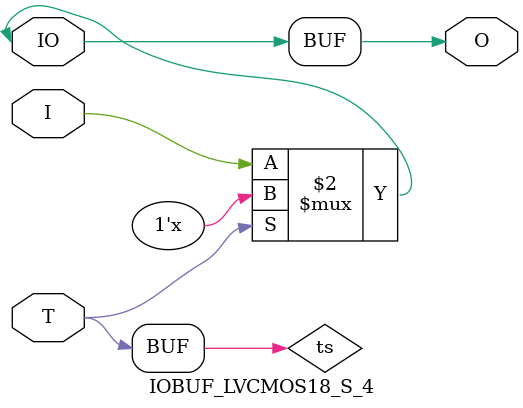
<source format=v>

/*

FUNCTION	: INPUT TRI-STATE OUTPUT BUFFER

*/

`celldefine
`timescale  100 ps / 10 ps

module IOBUF_LVCMOS18_S_4 (O, IO, I, T);

    output O;

    inout  IO;

    input  I, T;

    or O1 (ts, 1'b0, T);
    bufif0 T1 (IO, I, ts);

    buf B1 (O, IO);

endmodule

</source>
